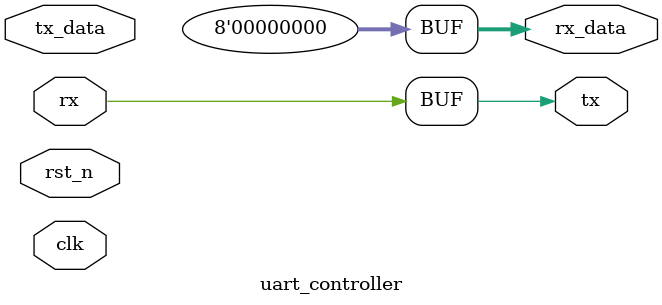
<source format=v>
module pcie_passthrough #(
    parameter PCIE_LANES = 4,           // PCIe x4 configuration
    parameter TLP_MAX_SIZE = 128,       // Max TLP size in bytes
    parameter DDR3_ADDR_WIDTH = 29,     // DDR3 address width for 1GB
    parameter DDR3_DATA_WIDTH = 64      // DDR3 data width
)(
    input wire sys_clk,                 // System clock (100 MHz on Nexys Video)
    input wire sys_rst_n,               // Active-low reset
    input wire [PCIE_LANES-1:0] pcie_rx_p, pcie_rx_n, // PCIe receive differential pairs
    output wire [PCIE_LANES-1:0] pcie_tx_p, pcie_tx_n, // PCIe transmit differential pairs
    input wire uart_rx,                 // UART receive for control
    output wire uart_tx,                // UART transmit for logging
    // DDR3 interface signals (simplified for example)
    output wire [DDR3_ADDR_WIDTH-1:0] ddr3_addr,
    output wire [DDR3_DATA_WIDTH-1:0] ddr3_dq,
    output wire ddr3_we_n,
    output wire ddr3_cke,
    // FMC PCIe adapter signals (simplified)
    input wire fmc_pcie_present,
    output wire fmc_pcie_reset_n
);

// Internal signals
wire pcie_clk;                       // PCIe core clock (125 MHz for Gen2)
wire pcie_reset_n;                   // PCIe core reset
wire [31:0] tlp_data_in;             // TLP data from PCIe core
wire tlp_valid_in;                   // TLP valid signal
wire [31:0] tlp_data_out;            // TLP data to PCIe core
wire tlp_valid_out;                  // TLP valid signal for output
wire [DDR3_DATA_WIDTH-1:0] ddr3_data_in;
wire [DDR3_DATA_WIDTH-1:0] ddr3_data_out;
wire ddr3_ready;

// PCIe PIPE Core Instantiation (Xilinx IP)
xil_pcie_pipe #(
    .LINK_WIDTH(PCIE_LANES),
    .LINK_SPEED(2)                   // Gen2 (5 GT/s)
) pcie_core (
    .sys_clk(sys_clk),
    .sys_rst_n(sys_rst_n),
    .pcie_rx_p(pcie_rx_p),
    .pcie_rx_n(pcie_rx_n),
    .pcie_tx_p(pcie_tx_p),
    .pcie_tx_n(pcie_tx_n),
    .pcie_clk(pcie_clk),
    .pcie_reset_n(pcie_reset_n),
    .tlp_data(tlp_data_in),
    .tlp_valid(tlp_valid_in),
    .tlp_data_out(tlp_data_out),
    .tlp_valid_out(tlp_valid_out)
);

// DDR3 Controller (Simplified Interface)
ddr3_controller #(
    .ADDR_WIDTH(DDR3_ADDR_WIDTH),
    .DATA_WIDTH(DDR3_DATA_WIDTH)
) ddr3_ctrl (
    .clk(pcie_clk),
    .rst_n(pcie_reset_n),
    .addr(ddr3_addr),
    .dq(ddr3_dq),
    .we_n(ddr3_we_n),
    .cke(ddr3_cke),
    .data_in(ddr3_data_in),
    .data_out(ddr3_data_out),
    .ready(ddr3_ready)
);

// TLP Injection Controller
reg [31:0] inject_tlp_data;
reg inject_tlp_valid;
wire [31:0] tlp_to_pcie;
wire tlp_to_pcie_valid;

// TLP passthrough and injection logic
always @(posedge pcie_clk or negedge pcie_reset_n) begin
    if (!pcie_reset_n) begin
        inject_tlp_data <= 32'h0;
        inject_tlp_valid <= 1'b0;
    end else begin
        // Passthrough by default
        tlp_to_pcie <= tlp_data_in;
        tlp_to_pcie_valid <= tlp_valid_in;

        // Injection logic (example: inject custom TLP on UART command)
        if (uart_rx_cmd == 8'hAA) begin // Example UART command to trigger injection
            inject_tlp_data <= 32'hDEADBEEF; // Sample TLP payload
            inject_tlp_valid <= 1'b1;
            tlp_to_pcie <= inject_tlp_data;
            tlp_to_pcie_valid <= inject_tlp_valid;
        end else begin
            inject_tlp_valid <= 1'b0;
        end
    end
end

// CRC Calculation for TLP (simplified)
function [31:0] calc_tlp_crc;
    input [31:0] tlp_data;
    begin
        calc_tlp_crc = ^tlp_data; // Placeholder: Implement proper PCIe CRC-32
    end
endfunction

// DMA Engine (PCILeech-inspired)
reg [63:0] dma_addr;
reg [31:0] dma_data;
reg dma_write_en;
always @(posedge pcie_clk or negedge pcie_reset_n) begin
    if (!pcie_reset_n) begin
        dma_addr <= 64'h0;
        dma_data <= 32'h0;
        dma_write_en <= 1'b0;
    end else if (ddr3_ready && tlp_to_pcie_valid) begin
        // Buffer TLP data to DDR3 for DMA
        ddr3_data_in <= {32'h0, tlp_to_pcie}; // Example: Store TLP in DDR3
        dma_addr <= dma_addr + 8; // Increment address
        dma_write_en <= 1'b1;
    end else begin
        dma_write_en <= 1'b0;
    end
end

// UART Controller for Logging and Control
uart_controller #(
    .BAUD_RATE(115200),
    .CLK_FREQ(125_000_000) // PCIe clock
) uart_ctrl (
    .clk(pcie_clk),
    .rst_n(pcie_reset_n),
    .rx(uart_rx),
    .tx(uart_tx),
    .tx_data({24'h0, tlp_to_pcie[7:0]}), // Log TLP data (example)
    .rx_data(uart_rx_cmd)
);

// FMC PCIe Adapter Control
assign fmc_pcie_reset_n = pcie_reset_n & fmc_pcie_present;

endmodule

// Placeholder for DDR3 Controller Module
module ddr3_controller #(
    parameter ADDR_WIDTH = 29,
    parameter DATA_WIDTH = 64
)(
    input wire clk,
    input wire rst_n,
    output wire [ADDR_WIDTH-1:0] addr,
    output wire [DATA_WIDTH-1:0] dq,
    output wire we_n,
    output wire cke,
    input wire [DATA_WIDTH-1:0] data_in,
    output wire [DATA_WIDTH-1:0] data_out,
    output wire ready
);
    // Simplified DDR3 controller (use Xilinx MIG IP in practice)
    assign ready = 1'b1; // Placeholder
    assign data_out = data_in; // Loopback for example
endmodule

// Placeholder for UART Controller Module
module uart_controller #(
    parameter BAUD_RATE = 115200,
    parameter CLK_FREQ = 125_000_000
)(
    input wire clk,
    input wire rst_n,
    input wire rx,
    output wire tx,
    input wire [31:0] tx_data,
    output wire [7:0] rx_data
);
    // Simplified UART controller (implement full UART in practice)
    assign tx = rx; // Loopback for example
    assign rx_data = 8'h0; // Placeholder
endmodule
</source>
